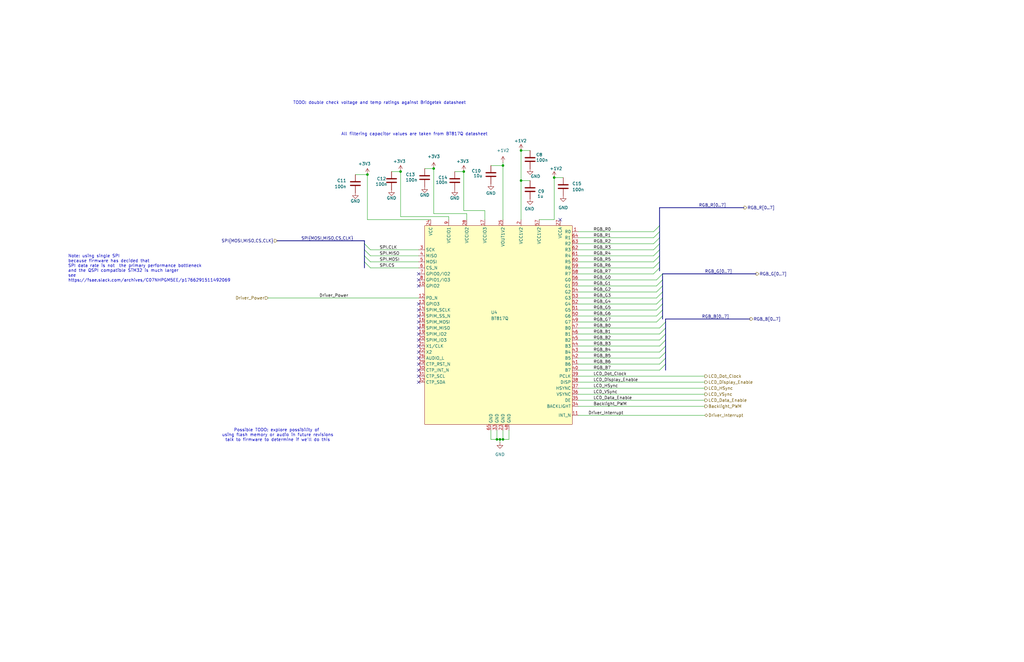
<source format=kicad_sch>
(kicad_sch (version 20250114) (generator "eeschema") (generator_version "9.0")
  (paper "B")
  (title_block (title "Steering Wheel Board") (date "2026-01-11") (rev "1.0") (company "Formula Slug") (comment 1 "Nova Mondal") (comment 2 "Jesse Osteen, Brian Acosta") (comment 6 "Display Driver"))
  (lib_symbols
    (symbol "Device:C" (pin_numbers (hide yes)) (pin_names (offset 0.254))
      (property "Reference" "C" (at 0.635 2.54 0))
      (property "Value" "C" (at 0.635 -2.54 0))
      (symbol "C_0_1"
        (polyline (pts (xy -2.032 0.762) (xy 2.032 0.762)) (stroke (width 0.508)))
        (polyline (pts (xy -2.032 -0.762) (xy 2.032 -0.762)) (stroke (width 0.508)))
      )
      (symbol "C_1_1"
        (pin passive line (at 0 3.81 270) (length 2.794) (name "~") (number "1"))
        (pin passive line (at 0 -3.81 90) (length 2.794) (name "~") (number "2"))
      )
    )
    (symbol "FS_4_Global_Symbol_Library:BT817Q"
      (property "Reference" "U" (at 7.366 3.048 0))
      (symbol "BT817Q_1_1"
        (rectangle (start 0 0) (end 62.23 -83.82) (fill (type background)))
        (pin input line (at -2.54 -10.16 0) (length 2.54) (name "SCK") (number "3"))
        (pin input line (at -2.54 -12.7 0) (length 2.54) (name "MISO") (number "4"))
        (pin input line (at -2.54 -15.24 0) (length 2.54) (name "MOSI") (number "5"))
        (pin input line (at -2.54 -17.78 0) (length 2.54) (name "CS_N") (number "6"))
        (pin input line (at -2.54 -20.32 0) (length 2.54) (name "GPIO0/IO2") (number "7"))
        (pin input line (at -2.54 -22.86 0) (length 2.54) (name "GPIO1/IO3") (number "8"))
        (pin input line (at -2.54 -25.4 0) (length 2.54) (name "GPIO2") (number "10"))
        (pin input line (at -2.54 -30.48 0) (length 2.54) (name "PD_N") (number "12"))
        (pin input line (at -2.54 -33.02 0) (length 2.54) (name "GPIO3") (number "13"))
        (pin input line (at -2.54 -35.56 0) (length 2.54) (name "SPIM_SCLK") (number "14"))
        (pin input line (at -2.54 -38.1 0) (length 2.54) (name "SPIM_SS_N") (number "15"))
        (pin input line (at -2.54 -40.64 0) (length 2.54) (name "SPIM_MOSI") (number "16"))
        (pin input line (at -2.54 -43.18 0) (length 2.54) (name "SPIM_MISO") (number "18"))
        (pin input line (at -2.54 -45.72 0) (length 2.54) (name "SPIM_IO2") (number "19"))
        (pin input line (at -2.54 -48.26 0) (length 2.54) (name "SPIM_IO3") (number "20"))
        (pin input line (at -2.54 -50.8 0) (length 2.54) (name "X1/CLK") (number "21"))
        (pin input line (at -2.54 -53.34 0) (length 2.54) (name "X2") (number "22"))
        (pin input line (at -2.54 -55.88 0) (length 2.54) (name "AUDIO_L") (number "26"))
        (pin input line (at -2.54 -58.42 0) (length 2.54) (name "CTP_RST_N") (number "29"))
        (pin input line (at -2.54 -60.96 0) (length 2.54) (name "CTP_INT_N") (number "30"))
        (pin input line (at -2.54 -63.5 0) (length 2.54) (name "CTP_SCL") (number "31"))
        (pin input line (at -2.54 -66.04 0) (length 2.54) (name "CTP_SDA") (number "32"))
        (pin power_in line (at 2.54 2.54 270) (length 2.54) (name "VCC") (number "24"))
        (pin power_in line (at 10.16 2.54 270) (length 2.54) (name "VCCIO1") (number "9"))
        (pin power_in line (at 17.78 2.54 270) (length 2.54) (name "VCCIO2") (number "28"))
        (pin power_in line (at 25.4 2.54 270) (length 2.54) (name "VCCIO3") (number "17"))
        (pin power_in line (at 27.94 -86.36 90) (length 2.54) (name "GND") (number "65"))
        (pin power_in line (at 30.48 -86.36 90) (length 2.54) (name "GND") (number "33"))
        (pin power_out line (at 33.02 2.54 270) (length 2.54) (name "VOUT1V2") (number "25"))
        (pin power_in line (at 33.02 -86.36 90) (length 2.54) (name "GND") (number "23"))
        (pin power_in line (at 35.56 -86.36 90) (length 2.54) (name "GND") (number "48"))
        (pin power_in line (at 40.64 2.54 270) (length 2.54) (name "VCC1V2") (number "2"))
        (pin power_in line (at 48.26 2.54 270) (length 2.54) (name "VCC1V2") (number "57"))
        (pin power_in line (at 57.15 2.54 270) (length 2.54) (name "VCCA") (number "27"))
        (pin output line (at 64.77 -2.54 180) (length 2.54) (name "R0") (number "1"))
        (pin output line (at 64.77 -5.08 180) (length 2.54) (name "R1") (number "64"))
        (pin output line (at 64.77 -7.62 180) (length 2.54) (name "R2") (number "63"))
        (pin output line (at 64.77 -10.16 180) (length 2.54) (name "R3") (number "62"))
        (pin output line (at 64.77 -12.7 180) (length 2.54) (name "R4") (number "61"))
        (pin output line (at 64.77 -15.24 180) (length 2.54) (name "R5") (number "60"))
        (pin output line (at 64.77 -17.78 180) (length 2.54) (name "R6") (number "59"))
        (pin output line (at 64.77 -20.32 180) (length 2.54) (name "R7") (number "58"))
        (pin output line (at 64.77 -22.86 180) (length 2.54) (name "G0") (number "56"))
        (pin output line (at 64.77 -25.4 180) (length 2.54) (name "G1") (number "55"))
        (pin output line (at 64.77 -27.94 180) (length 2.54) (name "G2") (number "54"))
        (pin output line (at 64.77 -30.48 180) (length 2.54) (name "G3") (number "53"))
        (pin output line (at 64.77 -33.02 180) (length 2.54) (name "G4") (number "52"))
        (pin output line (at 64.77 -35.56 180) (length 2.54) (name "G5") (number "51"))
        (pin output line (at 64.77 -38.1 180) (length 2.54) (name "G6") (number "50"))
        (pin output line (at 64.77 -40.64 180) (length 2.54) (name "G7") (number "49"))
        (pin output line (at 64.77 -43.18 180) (length 2.54) (name "B0") (number "47"))
        (pin output line (at 64.77 -45.72 180) (length 2.54) (name "B1") (number "46"))
        (pin output line (at 64.77 -48.26 180) (length 2.54) (name "B2") (number "45"))
        (pin output line (at 64.77 -50.8 180) (length 2.54) (name "B3") (number "44"))
        (pin output line (at 64.77 -53.34 180) (length 2.54) (name "B4") (number "43"))
        (pin output line (at 64.77 -55.88 180) (length 2.54) (name "B5") (number "42"))
        (pin output line (at 64.77 -58.42 180) (length 2.54) (name "B6") (number "41"))
        (pin output line (at 64.77 -60.96 180) (length 2.54) (name "B7") (number "40"))
        (pin output line (at 64.77 -63.5 180) (length 2.54) (name "PCLK") (number "39"))
        (pin output line (at 64.77 -66.04 180) (length 2.54) (name "DISP") (number "38"))
        (pin output line (at 64.77 -68.58 180) (length 2.54) (name "HSYNC") (number "37"))
        (pin output line (at 64.77 -71.12 180) (length 2.54) (name "VSYNC") (number "36"))
        (pin output line (at 64.77 -73.66 180) (length 2.54) (name "DE") (number "35"))
        (pin output line (at 64.77 -76.2 180) (length 2.54) (name "BACKLIGHT") (number "34"))
        (pin output line (at 64.77 -80.01 180) (length 2.54) (name "INT_N") (number "11"))
      )
    )
    (symbol "power:+1V2" (power) (pin_numbers (hide yes)) (pin_names (offset 0) (hide yes))
      (property "Value" "+1V2" (at 0 3.556 0))
      (symbol "+1V2_0_1"
        (polyline (pts (xy -0.762 1.27) (xy 0 2.54)))
        (polyline (pts (xy 0 2.54) (xy 0.762 1.27)))
        (polyline (pts (xy 0 0) (xy 0 2.54)))
      )
      (symbol "+1V2_1_1"
        (pin power_in line (at 0 0 90) (length 0) (name "~") (number "1"))
      )
    )
    (symbol "power:+3V3" (power) (pin_numbers (hide yes)) (pin_names (offset 0) (hide yes))
      (property "Value" "+3V3" (at 0 3.556 0))
      (symbol "+3V3_0_1"
        (polyline (pts (xy -0.762 1.27) (xy 0 2.54)))
        (polyline (pts (xy 0 2.54) (xy 0.762 1.27)))
        (polyline (pts (xy 0 0) (xy 0 2.54)))
      )
      (symbol "+3V3_1_1"
        (pin power_in line (at 0 0 90) (length 0) (name "~") (number "1"))
      )
    )
    (symbol "power:GND" (power) (pin_numbers (hide yes)) (pin_names (offset 0) (hide yes))
      (property "Value" "GND" (at 0 -3.81 0))
      (symbol "GND_0_1"
        (polyline (pts (xy 0 0) (xy 0 -1.27) (xy 1.27 -1.27) (xy 0 -2.54) (xy -1.27 -1.27) (xy 0 -1.27)))
      )
      (symbol "GND_1_1"
        (pin power_in line (at 0 0 270) (length 0) (name "~") (number "1"))
      )
    )
  )
  (text "TODO: double check voltage and temp ratings against Bridgetek datasheet\n" (at 160.02 43.434 0) (effects (font (size 1.27 1.27))))
  (text "All filtering capacitor values are taken from BT817Q datasheet" (at 174.752 56.642 0) (effects (font (size 1.27 1.27))))
  (text "Possible TODO: explore possibility of \nusing flash memory or audio in future revisions\ntalk to firmware to determine if we'll do this" (at 117.094 183.642 0) (effects (font (size 1.27 1.27))))
  (text "Note: using single SPI\nbecause firmware has decided that \nSPI data rate is not  the primary performance bottleneck\nand the QSPI compatible STM32 is much larger\nsee \nhttps://fsae.slack.com/archives/C07NHPGM5EE/p1766291511492069 " (at 28.702 113.284 0) (effects (font (size 1.27 1.27)) (justify left)))
  (junction (at 195.58 72.39))
  (junction (at 209.55 185.42))
  (junction (at 182.88 71.12))
  (junction (at 233.68 74.93))
  (junction (at 154.94 73.66))
  (junction (at 168.91 72.39))
  (junction (at 219.71 63.5))
  (junction (at 212.09 69.85))
  (junction (at 212.09 185.42))
  (junction (at 219.71 76.2))
  (junction (at 210.82 185.42))
  (no_connect (at 176.53 120.65))
  (no_connect (at 176.53 161.29))
  (no_connect (at 176.53 151.13))
  (no_connect (at 176.53 140.97))
  (no_connect (at 176.53 143.51))
  (no_connect (at 176.53 133.35))
  (no_connect (at 176.53 128.27))
  (no_connect (at 176.53 153.67))
  (no_connect (at 176.53 146.05))
  (no_connect (at 176.53 135.89))
  (no_connect (at 176.53 130.81))
  (no_connect (at 236.22 92.71))
  (no_connect (at 176.53 156.21))
  (no_connect (at 176.53 118.11))
  (no_connect (at 176.53 138.43))
  (no_connect (at 176.53 148.59))
  (no_connect (at 176.53 115.57))
  (no_connect (at 176.53 158.75))
  (bus_entry (at 279.4 128.27) (size -2.54 2.54))
  (bus_entry (at 278.13 105.41) (size -2.54 2.54))
  (bus_entry (at 279.4 118.11) (size -2.54 2.54))
  (bus_entry (at 280.67 140.97) (size -2.54 2.54))
  (bus_entry (at 280.67 151.13) (size -2.54 2.54))
  (bus_entry (at 280.67 148.59) (size -2.54 2.54))
  (bus_entry (at 280.67 138.43) (size -2.54 2.54))
  (bus_entry (at 278.13 102.87) (size -2.54 2.54))
  (bus_entry (at 153.67 110.49) (size 2.54 2.54))
  (bus_entry (at 153.67 105.41) (size 2.54 2.54))
  (bus_entry (at 279.4 115.57) (size -2.54 2.54))
  (bus_entry (at 280.67 153.67) (size -2.54 2.54))
  (bus_entry (at 278.13 100.33) (size -2.54 2.54))
  (bus_entry (at 153.67 102.87) (size 2.54 2.54))
  (bus_entry (at 153.67 107.95) (size 2.54 2.54))
  (bus_entry (at 279.4 120.65) (size -2.54 2.54))
  (bus_entry (at 278.13 97.79) (size -2.54 2.54))
  (bus_entry (at 280.67 146.05) (size -2.54 2.54))
  (bus_entry (at 278.13 110.49) (size -2.54 2.54))
  (bus_entry (at 278.13 95.25) (size -2.54 2.54))
  (bus_entry (at 278.13 113.03) (size -2.54 2.54))
  (bus_entry (at 280.67 143.51) (size -2.54 2.54))
  (bus_entry (at 279.4 123.19) (size -2.54 2.54))
  (bus_entry (at 279.4 130.81) (size -2.54 2.54))
  (bus_entry (at 280.67 135.89) (size -2.54 2.54))
  (bus_entry (at 279.4 133.35) (size -2.54 2.54))
  (bus_entry (at 279.4 125.73) (size -2.54 2.54))
  (bus_entry (at 278.13 107.95) (size -2.54 2.54))
  (wire (pts (xy 156.21 107.95) (xy 176.53 107.95)))
  (wire (pts (xy 219.71 76.2) (xy 219.71 92.71)))
  (wire (pts (xy 243.84 113.03) (xy 275.59 113.03)))
  (wire (pts (xy 149.86 73.66) (xy 154.94 73.66)))
  (bus (pts (xy 153.67 110.49) (xy 153.67 113.03)))
  (bus (pts (xy 153.67 105.41) (xy 153.67 107.95)))
  (wire (pts (xy 212.09 185.42) (xy 212.09 181.61)))
  (wire (pts (xy 195.58 88.9) (xy 204.47 88.9)))
  (wire (pts (xy 243.84 133.35) (xy 276.86 133.35)))
  (wire (pts (xy 233.68 74.93) (xy 237.49 74.93)))
  (wire (pts (xy 243.84 135.89) (xy 276.86 135.89)))
  (wire (pts (xy 243.84 100.33) (xy 275.59 100.33)))
  (wire (pts (xy 207.01 69.85) (xy 212.09 69.85)))
  (wire (pts (xy 207.01 185.42) (xy 209.55 185.42)))
  (wire (pts (xy 219.71 63.5) (xy 223.52 63.5)))
  (bus (pts (xy 279.4 115.57) (xy 318.77 115.57)))
  (wire (pts (xy 243.84 163.83) (xy 297.18 163.83)))
  (wire (pts (xy 243.84 125.73) (xy 276.86 125.73)))
  (bus (pts (xy 278.13 102.87) (xy 278.13 105.41)))
  (wire (pts (xy 243.84 166.37) (xy 297.18 166.37)))
  (wire (pts (xy 233.68 92.71) (xy 227.33 92.71)))
  (bus (pts (xy 280.67 134.62) (xy 316.23 134.62)))
  (bus (pts (xy 153.67 102.87) (xy 153.67 105.41)))
  (bus (pts (xy 278.13 107.95) (xy 278.13 110.49)))
  (bus (pts (xy 279.4 123.19) (xy 279.4 120.65)))
  (wire (pts (xy 243.84 161.29) (xy 297.18 161.29)))
  (wire (pts (xy 168.91 91.44) (xy 189.23 91.44)))
  (bus (pts (xy 153.67 107.95) (xy 153.67 110.49)))
  (wire (pts (xy 243.84 120.65) (xy 276.86 120.65)))
  (bus (pts (xy 279.4 134.62) (xy 279.4 133.35)))
  (wire (pts (xy 243.84 148.59) (xy 278.13 148.59)))
  (wire (pts (xy 212.09 68.58) (xy 212.09 69.85)))
  (bus (pts (xy 278.13 87.63) (xy 313.69 87.63)))
  (bus (pts (xy 280.67 146.05) (xy 280.67 143.51)))
  (wire (pts (xy 212.09 185.42) (xy 214.63 185.42)))
  (wire (pts (xy 182.88 90.17) (xy 196.85 90.17)))
  (wire (pts (xy 182.88 90.17) (xy 182.88 71.12)))
  (wire (pts (xy 156.21 110.49) (xy 176.53 110.49)))
  (wire (pts (xy 207.01 185.42) (xy 207.01 181.61)))
  (bus (pts (xy 279.4 128.27) (xy 279.4 125.73)))
  (wire (pts (xy 189.23 91.44) (xy 189.23 92.71)))
  (wire (pts (xy 243.84 171.45) (xy 297.18 171.45)))
  (bus (pts (xy 279.4 133.35) (xy 279.4 130.81)))
  (bus (pts (xy 280.67 135.89) (xy 280.67 134.62)))
  (wire (pts (xy 243.84 140.97) (xy 278.13 140.97)))
  (bus (pts (xy 278.13 100.33) (xy 278.13 102.87)))
  (wire (pts (xy 243.84 151.13) (xy 278.13 151.13)))
  (wire (pts (xy 165.1 72.39) (xy 168.91 72.39)))
  (wire (pts (xy 191.77 72.39) (xy 195.58 72.39)))
  (wire (pts (xy 219.71 63.5) (xy 219.71 76.2)))
  (bus (pts (xy 278.13 95.25) (xy 278.13 97.79)))
  (wire (pts (xy 214.63 185.42) (xy 214.63 181.61)))
  (bus (pts (xy 280.67 148.59) (xy 280.67 146.05)))
  (wire (pts (xy 233.68 74.93) (xy 233.68 92.71)))
  (bus (pts (xy 153.67 101.6) (xy 153.67 102.87)))
  (wire (pts (xy 243.84 143.51) (xy 278.13 143.51)))
  (wire (pts (xy 204.47 88.9) (xy 204.47 92.71)))
  (wire (pts (xy 179.07 71.12) (xy 182.88 71.12)))
  (wire (pts (xy 243.84 97.79) (xy 275.59 97.79)))
  (bus (pts (xy 280.67 140.97) (xy 280.67 138.43)))
  (bus (pts (xy 279.4 120.65) (xy 279.4 118.11)))
  (bus (pts (xy 278.13 105.41) (xy 278.13 107.95)))
  (wire (pts (xy 243.84 118.11) (xy 276.86 118.11)))
  (wire (pts (xy 209.55 185.42) (xy 210.82 185.42)))
  (bus (pts (xy 280.67 156.21) (xy 280.67 153.67)))
  (wire (pts (xy 154.94 92.71) (xy 181.61 92.71)))
  (wire (pts (xy 243.84 110.49) (xy 275.59 110.49)))
  (bus (pts (xy 278.13 87.63) (xy 278.13 95.25)))
  (wire (pts (xy 195.58 72.39) (xy 195.58 88.9)))
  (wire (pts (xy 212.09 69.85) (xy 212.09 92.71)))
  (bus (pts (xy 278.13 113.03) (xy 278.13 114.3)))
  (wire (pts (xy 243.84 123.19) (xy 276.86 123.19)))
  (wire (pts (xy 156.21 105.41) (xy 176.53 105.41)))
  (bus (pts (xy 279.4 130.81) (xy 279.4 128.27)))
  (bus (pts (xy 280.67 138.43) (xy 280.67 135.89)))
  (wire (pts (xy 243.84 158.75) (xy 297.18 158.75)))
  (wire (pts (xy 243.84 146.05) (xy 278.13 146.05)))
  (wire (pts (xy 243.84 138.43) (xy 278.13 138.43)))
  (bus (pts (xy 116.84 101.6) (xy 153.67 101.6)))
  (bus (pts (xy 279.4 118.11) (xy 279.4 115.57)))
  (bus (pts (xy 280.67 143.51) (xy 280.67 140.97)))
  (wire (pts (xy 243.84 115.57) (xy 275.59 115.57)))
  (wire (pts (xy 210.82 186.69) (xy 210.82 185.42)))
  (wire (pts (xy 243.84 107.95) (xy 275.59 107.95)))
  (bus (pts (xy 279.4 125.73) (xy 279.4 123.19)))
  (wire (pts (xy 243.84 153.67) (xy 278.13 153.67)))
  (wire (pts (xy 243.84 130.81) (xy 276.86 130.81)))
  (wire (pts (xy 210.82 185.42) (xy 212.09 185.42)))
  (wire (pts (xy 209.55 185.42) (xy 209.55 181.61)))
  (wire (pts (xy 243.84 168.91) (xy 297.18 168.91)))
  (wire (pts (xy 243.84 175.26) (xy 297.18 175.26)))
  (wire (pts (xy 243.84 128.27) (xy 276.86 128.27)))
  (wire (pts (xy 196.85 90.17) (xy 196.85 92.71)))
  (wire (pts (xy 154.94 73.66) (xy 154.94 92.71)))
  (wire (pts (xy 243.84 156.21) (xy 278.13 156.21)))
  (wire (pts (xy 168.91 72.39) (xy 168.91 91.44)))
  (wire (pts (xy 113.03 125.73) (xy 176.53 125.73)))
  (bus (pts (xy 280.67 151.13) (xy 280.67 148.59)))
  (wire (pts (xy 243.84 102.87) (xy 275.59 102.87)))
  (bus (pts (xy 280.67 153.67) (xy 280.67 151.13)))
  (bus (pts (xy 278.13 110.49) (xy 278.13 113.03)))
  (wire (pts (xy 156.21 113.03) (xy 176.53 113.03)))
  (bus (pts (xy 278.13 97.79) (xy 278.13 100.33)))
  (wire (pts (xy 219.71 76.2) (xy 223.52 76.2)))
  (wire (pts (xy 243.84 105.41) (xy 275.59 105.41)))
  (label "RGB_R6" (at 250.19 113.03 0))
  (label "SPI.MOSI" (at 160.02 110.49 0))
  (label "RGB_G3" (at 250.19 125.73 0))
  (label "LCD_VSync" (at 250.19 166.37 0))
  (label "RGB_B2" (at 250.19 143.51 0))
  (label "SPI.CS" (at 160.02 113.03 0))
  (label "RGB_B7" (at 250.19 156.21 0))
  (label "RGB_B4" (at 250.19 148.59 0))
  (label "RGB_G6" (at 250.19 133.35 0))
  (label "RGB_G7" (at 250.19 135.89 0))
  (label "SPI{MOSI,MISO,CS,CLK}" (at 127 101.6 0))
  (label "RGB_R3" (at 250.19 105.41 0))
  (label "RGB_G1" (at 250.19 120.65 0))
  (label "LCD_Display_Enable" (at 250.19 161.29 0))
  (label "RGB_B5" (at 250.19 151.13 0))
  (label "LCD_HSync" (at 250.19 163.83 0))
  (label "LCD_Data_Enable" (at 250.19 168.91 0))
  (label "RGB_G[0..7]" (at 297.18 115.57 0))
  (label "Driver_Interrupt" (at 262.89 175.26 180))
  (label "RGB_R0" (at 250.19 97.79 0))
  (label "RGB_B3" (at 250.19 146.05 0))
  (label "RGB_B6" (at 250.19 153.67 0))
  (label "RGB_R[0..7]" (at 294.64 87.63 0))
  (label "RGB_B[0..7]" (at 295.91 134.62 0))
  (label "RGB_R5" (at 250.19 110.49 0))
  (label "RGB_B0" (at 250.19 138.43 0))
  (label "RGB_R4" (at 250.19 107.95 0))
  (label "RGB_G2" (at 250.19 123.19 0))
  (label "SPI.CLK" (at 160.02 105.41 0))
  (label "Backlight_PWM" (at 250.19 171.45 0))
  (label "RGB_G0" (at 250.19 118.11 0))
  (label "RGB_G4" (at 250.19 128.27 0))
  (label "RGB_G5" (at 250.19 130.81 0))
  (label "RGB_R2" (at 250.19 102.87 0))
  (label "RGB_B1" (at 250.19 140.97 0))
  (label "RGB_R1" (at 250.19 100.33 0))
  (label "Driver_Power" (at 134.62 125.73 0))
  (label "RGB_R7" (at 250.19 115.57 0))
  (label "SPI.MISO" (at 160.02 107.95 0))
  (label "LCD_Dot_Clock" (at 250.19 158.75 0))
  (hierarchical_label "LCD_HSync" (shape output) (at 297.18 163.83 0))
  (hierarchical_label "LCD_Dot_Clock" (shape output) (at 297.18 158.75 0))
  (hierarchical_label "RGB_G[0..7]" (shape output) (at 318.77 115.57 0))
  (hierarchical_label "LCD_Data_Enable" (shape output) (at 297.18 168.91 0))
  (hierarchical_label "Backlight_PWM" (shape output) (at 297.18 171.45 0))
  (hierarchical_label "Driver_Power" (shape input) (at 113.03 125.73 180))
  (hierarchical_label "RGB_R[0..7]" (shape output) (at 313.69 87.63 0))
  (hierarchical_label "SPI{MOSI,MISO,CS,CLK}" (shape input) (at 116.84 101.6 180))
  (hierarchical_label "RGB_B[0..7]" (shape output) (at 316.23 134.62 0))
  (hierarchical_label "LCD_VSync" (shape output) (at 297.18 166.37 0))
  (hierarchical_label "Driver_Interrupt" (shape tri_state) (at 297.18 175.26 0))
  (hierarchical_label "LCD_Display_Enable" (shape output) (at 297.18 161.29 0))
  (symbol (lib_id "power:+1V2") (at 219.71 63.5 0) (mirror y) (unit 1)
    (property "Reference" "#PWR09" (effects (hide yes)))
    (property "Value" "+1V2" (at 219.456 59.436 0))
    (property "Description" "Power symbol creates a global label with name \"+1V2\"" (effects (hide yes)))
  )
  (symbol (lib_id "power:GND") (at 210.82 186.69 0) (unit 1)
    (property "Reference" "#PWR05" (effects (hide yes)))
    (property "Value" "GND" (at 210.82 191.77 0))
    (property "Description" "Power symbol creates a global label with name \"GND\" , ground" (effects (hide yes)))
  )
  (symbol (lib_id "power:+1V2") (at 212.09 68.58 0) (unit 1)
    (property "Reference" "#PWR012" (effects (hide yes)))
    (property "Value" "+1V2" (at 212.09 63.5 0))
    (property "Description" "Power symbol creates a global label with name \"+1V2\"" (effects (hide yes)))
  )
  (symbol (lib_id "power:GND") (at 223.52 83.82 0) (mirror y) (unit 1)
    (property "Reference" "#PWR010" (effects (hide yes)))
    (property "Value" "GND" (at 223.266 88.138 0))
    (property "Description" "Power symbol creates a global label with name \"GND\" , ground" (effects (hide yes)))
  )
  (symbol (lib_id "power:+1V2") (at 233.68 74.93 0) (unit 1)
    (property "Reference" "#PWR019" (effects (hide yes)))
    (property "Value" "+1V2" (at 234.442 71.12 0))
    (property "Description" "Power symbol creates a global label with name \"+1V2\"" (effects (hide yes)))
  )
  (symbol (lib_id "Device:C") (at 223.52 80.01 0) (mirror y) (unit 1)
    (property "Reference" "C9" (at 226.822 80.772 0) (effects (justify right)))
    (property "Value" "1u" (at 226.568 82.804 0) (effects (justify right)))
    (property "Description" "Unpolarized capacitor" (effects (hide yes)))
  )
  (symbol (lib_id "Device:C") (at 149.86 77.47 0) (unit 1)
    (property "Reference" "C11" (at 146.05 76.1999 0) (effects (justify right)))
    (property "Value" "100n" (at 146.05 78.7399 0) (effects (justify right)))
    (property "Description" "Unpolarized capacitor" (effects (hide yes)))
  )
  (symbol (lib_id "Device:C") (at 223.52 67.31 0) (unit 1)
    (property "Reference" "C8" (at 226.06 65.278 0) (effects (justify left)))
    (property "Value" "100n" (at 226.06 67.564 0) (effects (justify left)))
    (property "Description" "Unpolarized capacitor" (effects (hide yes)))
  )
  (symbol (lib_id "Device:C") (at 207.01 73.66 0) (unit 1)
    (property "Reference" "C10" (at 198.882 72.136 0) (effects (justify left)))
    (property "Value" "10u" (at 199.644 74.168 0) (effects (justify left)))
    (property "Description" "Unpolarized capacitor" (effects (hide yes)))
    (property "Note" "Min 3.3u as per BT817Q datasheet " (effects (hide yes)))
  )
  (symbol (lib_id "power:GND") (at 191.77 80.01 0) (unit 1)
    (property "Reference" "#PWR015" (effects (hide yes)))
    (property "Value" "GND" (at 191.77 83.566 0))
    (property "Description" "Power symbol creates a global label with name \"GND\" , ground" (effects (hide yes)))
  )
  (symbol (lib_id "Device:C") (at 179.07 74.93 0) (unit 1)
    (property "Reference" "C13" (at 175.006 73.66 0) (effects (justify right)))
    (property "Value" "100n" (at 176.022 75.946 0) (effects (justify right)))
    (property "Description" "Unpolarized capacitor" (effects (hide yes)))
  )
  (symbol (lib_id "Device:C") (at 237.49 78.74 0) (unit 1)
    (property "Reference" "C15" (at 241.3 77.4699 0) (effects (justify left)))
    (property "Value" "100n" (at 241.3 80.0099 0) (effects (justify left)))
    (property "Description" "Unpolarized capacitor" (effects (hide yes)))
  )
  (symbol (lib_id "power:GND") (at 237.49 82.55 0) (unit 1)
    (property "Reference" "#PWR020" (effects (hide yes)))
    (property "Value" "GND" (at 237.49 87.63 0))
    (property "Description" "Power symbol creates a global label with name \"GND\" , ground" (effects (hide yes)))
  )
  (symbol (lib_id "power:GND") (at 149.86 81.28 0) (unit 1)
    (property "Reference" "#PWR06" (effects (hide yes)))
    (property "Value" "GND" (at 149.86 84.836 0))
    (property "Description" "Power symbol creates a global label with name \"GND\" , ground" (effects (hide yes)))
  )
  (symbol (lib_id "power:+3V3") (at 182.88 71.12 0) (unit 1)
    (property "Reference" "#PWR014" (effects (hide yes)))
    (property "Value" "+3V3" (at 182.88 66.04 0))
    (property "Description" "Power symbol creates a global label with name \"+3V3\"" (effects (hide yes)))
  )
  (symbol (lib_id "power:GND") (at 179.07 78.74 0) (unit 1)
    (property "Reference" "#PWR08" (effects (hide yes)))
    (property "Value" "GND" (at 179.07 82.296 0))
    (property "Description" "Power symbol creates a global label with name \"GND\" , ground" (effects (hide yes)))
  )
  (symbol (lib_id "Device:C") (at 165.1 76.2 0) (unit 1)
    (property "Reference" "C12" (at 162.814 75.438 0) (effects (justify right)))
    (property "Value" "100n" (at 163.322 77.724 0) (effects (justify right)))
    (property "Description" "Unpolarized capacitor" (effects (hide yes)))
  )
  (symbol (lib_id "FS_4_Global_Symbol_Library:BT817Q") (at 179.07 95.25 0) (unit 1)
    (property "Reference" "U4" (at 207.01 131.826 0) (effects (justify left)))
    (property "Value" "BT817Q" (at 207.01 134.366 0) (effects (justify left)))
    (property "Footprint" "Package_DFN_QFN:VQFN-64-1EP_9x9mm_P0.5mm_EP7.15x7.15mm" (effects (hide yes)))
    (property "Datasheet" "https://brtchip.com/wp-content/uploads/Support/Documentation/Datasheets/ICs/EVE/DS_BT817_8.pdf" (effects (hide yes)))
    (property "Description" "Display Driver IC" (effects (hide yes)))
  )
  (symbol (lib_id "power:+3V3") (at 154.94 73.66 0) (unit 1)
    (property "Reference" "#PWR07" (effects (hide yes)))
    (property "Value" "+3V3" (at 153.67 69.088 0))
    (property "Description" "Power symbol creates a global label with name \"+3V3\"" (effects (hide yes)))
  )
  (symbol (lib_id "power:+3V3") (at 168.91 72.39 0) (unit 1)
    (property "Reference" "#PWR017" (effects (hide yes)))
    (property "Value" "+3V3" (at 168.402 68.072 0))
    (property "Description" "Power symbol creates a global label with name \"+3V3\"" (effects (hide yes)))
  )
  (symbol (lib_id "Device:C") (at 191.77 76.2 0) (unit 1)
    (property "Reference" "C14" (at 188.722 74.93 0) (effects (justify right)))
    (property "Value" "100n" (at 188.722 76.962 0) (effects (justify right)))
    (property "Description" "Unpolarized capacitor" (effects (hide yes)))
  )
  (symbol (lib_id "power:GND") (at 165.1 80.01 0) (unit 1)
    (property "Reference" "#PWR016" (effects (hide yes)))
    (property "Value" "GND" (at 165.1 83.566 0))
    (property "Description" "Power symbol creates a global label with name \"GND\" , ground" (effects (hide yes)))
  )
  (symbol (lib_id "power:GND") (at 223.52 71.12 0) (mirror y) (unit 1)
    (property "Reference" "#PWR011" (effects (hide yes)))
    (property "Value" "GND" (at 225.806 74.422 0))
    (property "Description" "Power symbol creates a global label with name \"GND\" , ground" (effects (hide yes)))
  )
  (symbol (lib_id "power:+3V3") (at 195.58 72.39 0) (unit 1)
    (property "Reference" "#PWR018" (effects (hide yes)))
    (property "Value" "+3V3" (at 195.072 68.072 0))
    (property "Description" "Power symbol creates a global label with name \"+3V3\"" (effects (hide yes)))
  )
  (symbol (lib_id "power:GND") (at 207.01 77.47 0) (mirror y) (unit 1)
    (property "Reference" "#PWR013" (effects (hide yes)))
    (property "Value" "GND" (at 207.01 81.534 0))
    (property "Description" "Power symbol creates a global label with name \"GND\" , ground" (effects (hide yes)))
  )
)
</source>
